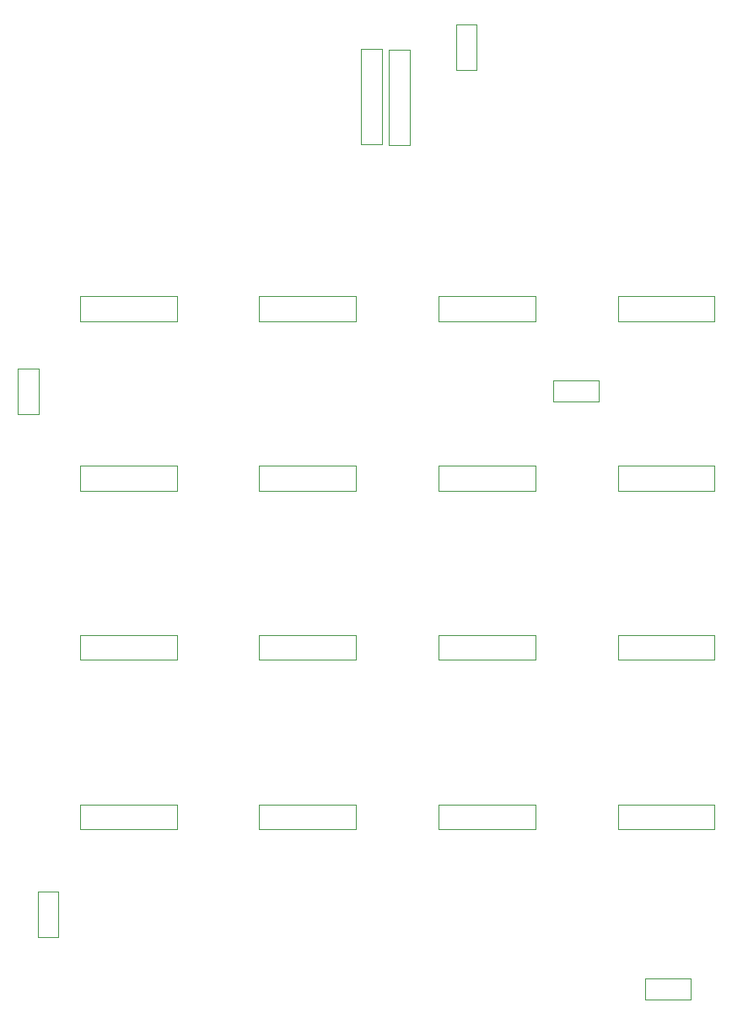
<source format=gbr>
G04 #@! TF.GenerationSoftware,KiCad,Pcbnew,8.0.6*
G04 #@! TF.CreationDate,2024-10-20T21:42:17+02:00*
G04 #@! TF.ProjectId,macropad,6d616372-6f70-4616-942e-6b696361645f,v7.6*
G04 #@! TF.SameCoordinates,Original*
G04 #@! TF.FileFunction,Other,User*
%FSLAX46Y46*%
G04 Gerber Fmt 4.6, Leading zero omitted, Abs format (unit mm)*
G04 Created by KiCad (PCBNEW 8.0.6) date 2024-10-20 21:42:17*
%MOMM*%
%LPD*%
G01*
G04 APERTURE LIST*
%ADD10C,0.050000*%
G04 APERTURE END LIST*
D10*
G04 #@! TO.C,D3*
X48200000Y-28975000D02*
X57920000Y-28975000D01*
X48200000Y-31475000D02*
X48200000Y-28975000D01*
X57920000Y-28975000D02*
X57920000Y-31475000D01*
X57920000Y-31475000D02*
X48200000Y-31475000D01*
G04 #@! TO.C,C5*
X5950000Y-36200000D02*
X8050000Y-36200000D01*
X5950000Y-40800000D02*
X5950000Y-36200000D01*
X8050000Y-36200000D02*
X8050000Y-40800000D01*
X8050000Y-40800000D02*
X5950000Y-40800000D01*
G04 #@! TO.C,D11*
X66200000Y-45975000D02*
X75920000Y-45975000D01*
X66200000Y-48475000D02*
X66200000Y-45975000D01*
X75920000Y-45975000D02*
X75920000Y-48475000D01*
X75920000Y-48475000D02*
X66200000Y-48475000D01*
G04 #@! TO.C,C4*
X59700000Y-37450000D02*
X64300000Y-37450000D01*
X59700000Y-39550000D02*
X59700000Y-37450000D01*
X64300000Y-37450000D02*
X64300000Y-39550000D01*
X64300000Y-39550000D02*
X59700000Y-39550000D01*
G04 #@! TO.C,D15*
X30200000Y-79975000D02*
X39920000Y-79975000D01*
X30200000Y-82475000D02*
X30200000Y-79975000D01*
X39920000Y-79975000D02*
X39920000Y-82475000D01*
X39920000Y-82475000D02*
X30200000Y-82475000D01*
G04 #@! TO.C,D4*
X12200000Y-45975000D02*
X21920000Y-45975000D01*
X12200000Y-48475000D02*
X12200000Y-45975000D01*
X21920000Y-45975000D02*
X21920000Y-48475000D01*
X21920000Y-48475000D02*
X12200000Y-48475000D01*
G04 #@! TO.C,D8*
X30200000Y-62975000D02*
X39920000Y-62975000D01*
X30200000Y-65475000D02*
X30200000Y-62975000D01*
X39920000Y-62975000D02*
X39920000Y-65475000D01*
X39920000Y-65475000D02*
X30200000Y-65475000D01*
G04 #@! TO.C,D10*
X66200000Y-28975000D02*
X75920000Y-28975000D01*
X66200000Y-31475000D02*
X66200000Y-28975000D01*
X75920000Y-28975000D02*
X75920000Y-31475000D01*
X75920000Y-31475000D02*
X66200000Y-31475000D01*
G04 #@! TO.C,D13*
X66200000Y-79975000D02*
X75920000Y-79975000D01*
X66200000Y-82475000D02*
X66200000Y-79975000D01*
X75920000Y-79975000D02*
X75920000Y-82475000D01*
X75920000Y-82475000D02*
X66200000Y-82475000D01*
G04 #@! TO.C,D16*
X12200000Y-79975000D02*
X21920000Y-79975000D01*
X12200000Y-82475000D02*
X12200000Y-79975000D01*
X21920000Y-79975000D02*
X21920000Y-82475000D01*
X21920000Y-82475000D02*
X12200000Y-82475000D01*
G04 #@! TO.C,C1*
X68950000Y-97450000D02*
X73550000Y-97450000D01*
X68950000Y-99550000D02*
X68950000Y-97450000D01*
X73550000Y-97450000D02*
X73550000Y-99550000D01*
X73550000Y-99550000D02*
X68950000Y-99550000D01*
G04 #@! TO.C,R2*
X43200000Y-4240000D02*
X45300000Y-4240000D01*
X43200000Y-13760000D02*
X43200000Y-4240000D01*
X45300000Y-4240000D02*
X45300000Y-13760000D01*
X45300000Y-13760000D02*
X43200000Y-13760000D01*
G04 #@! TO.C,D1*
X12200000Y-28975000D02*
X21920000Y-28975000D01*
X12200000Y-31475000D02*
X12200000Y-28975000D01*
X21920000Y-28975000D02*
X21920000Y-31475000D01*
X21920000Y-31475000D02*
X12200000Y-31475000D01*
G04 #@! TO.C,D6*
X48200000Y-45975000D02*
X57920000Y-45975000D01*
X48200000Y-48475000D02*
X48200000Y-45975000D01*
X57920000Y-45975000D02*
X57920000Y-48475000D01*
X57920000Y-48475000D02*
X48200000Y-48475000D01*
G04 #@! TO.C,D7*
X12200000Y-62975000D02*
X21920000Y-62975000D01*
X12200000Y-65475000D02*
X12200000Y-62975000D01*
X21920000Y-62975000D02*
X21920000Y-65475000D01*
X21920000Y-65475000D02*
X12200000Y-65475000D01*
G04 #@! TO.C,D9*
X48200000Y-62975000D02*
X57920000Y-62975000D01*
X48200000Y-65475000D02*
X48200000Y-62975000D01*
X57920000Y-62975000D02*
X57920000Y-65475000D01*
X57920000Y-65475000D02*
X48200000Y-65475000D01*
G04 #@! TO.C,R1*
X40450000Y-4180000D02*
X42550000Y-4180000D01*
X40450000Y-13700000D02*
X40450000Y-4180000D01*
X42550000Y-4180000D02*
X42550000Y-13700000D01*
X42550000Y-13700000D02*
X40450000Y-13700000D01*
G04 #@! TO.C,D12*
X66200000Y-62975000D02*
X75920000Y-62975000D01*
X66200000Y-65475000D02*
X66200000Y-62975000D01*
X75920000Y-62975000D02*
X75920000Y-65475000D01*
X75920000Y-65475000D02*
X66200000Y-65475000D01*
G04 #@! TO.C,D2*
X30200000Y-28975000D02*
X39920000Y-28975000D01*
X30200000Y-31475000D02*
X30200000Y-28975000D01*
X39920000Y-28975000D02*
X39920000Y-31475000D01*
X39920000Y-31475000D02*
X30200000Y-31475000D01*
G04 #@! TO.C,C2*
X49950000Y-1700000D02*
X52050000Y-1700000D01*
X49950000Y-6300000D02*
X49950000Y-1700000D01*
X52050000Y-1700000D02*
X52050000Y-6300000D01*
X52050000Y-6300000D02*
X49950000Y-6300000D01*
G04 #@! TO.C,C3*
X7950000Y-88700000D02*
X10050000Y-88700000D01*
X7950000Y-93300000D02*
X7950000Y-88700000D01*
X10050000Y-88700000D02*
X10050000Y-93300000D01*
X10050000Y-93300000D02*
X7950000Y-93300000D01*
G04 #@! TO.C,D5*
X30200000Y-45975000D02*
X39920000Y-45975000D01*
X30200000Y-48475000D02*
X30200000Y-45975000D01*
X39920000Y-45975000D02*
X39920000Y-48475000D01*
X39920000Y-48475000D02*
X30200000Y-48475000D01*
G04 #@! TO.C,D14*
X48200000Y-79975000D02*
X57920000Y-79975000D01*
X48200000Y-82475000D02*
X48200000Y-79975000D01*
X57920000Y-79975000D02*
X57920000Y-82475000D01*
X57920000Y-82475000D02*
X48200000Y-82475000D01*
G04 #@! TD*
M02*

</source>
